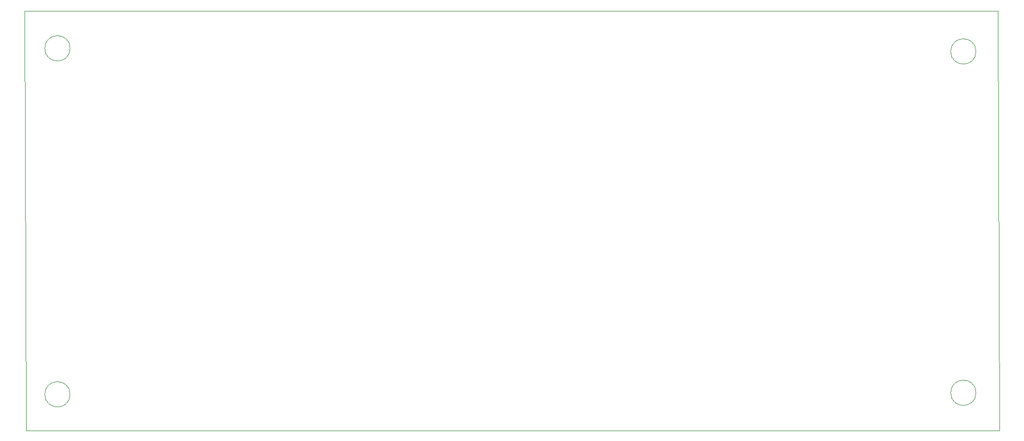
<source format=gbr>
%TF.GenerationSoftware,KiCad,Pcbnew,(5.1.6)-1*%
%TF.CreationDate,2020-12-22T11:19:17+01:00*%
%TF.ProjectId,Addierer,41646469-6572-4657-922e-6b696361645f,rev?*%
%TF.SameCoordinates,Original*%
%TF.FileFunction,Profile,NP*%
%FSLAX46Y46*%
G04 Gerber Fmt 4.6, Leading zero omitted, Abs format (unit mm)*
G04 Created by KiCad (PCBNEW (5.1.6)-1) date 2020-12-22 11:19:17*
%MOMM*%
%LPD*%
G01*
G04 APERTURE LIST*
%TA.AperFunction,Profile*%
%ADD10C,0.050000*%
%TD*%
G04 APERTURE END LIST*
D10*
X193055813Y-93218000D02*
G75*
G03*
X193055813Y-93218000I-2047813J0D01*
G01*
X193055813Y-148590000D02*
G75*
G03*
X193055813Y-148590000I-2047813J0D01*
G01*
X46243813Y-148844000D02*
G75*
G03*
X46243813Y-148844000I-2047813J0D01*
G01*
X46243813Y-92710000D02*
G75*
G03*
X46243813Y-92710000I-2047813J0D01*
G01*
X39116000Y-154686000D02*
X38862000Y-86614000D01*
X196850000Y-154686000D02*
X39116000Y-154686000D01*
X196596000Y-86614000D02*
X196850000Y-154686000D01*
X38862000Y-86614000D02*
X196596000Y-86614000D01*
M02*

</source>
